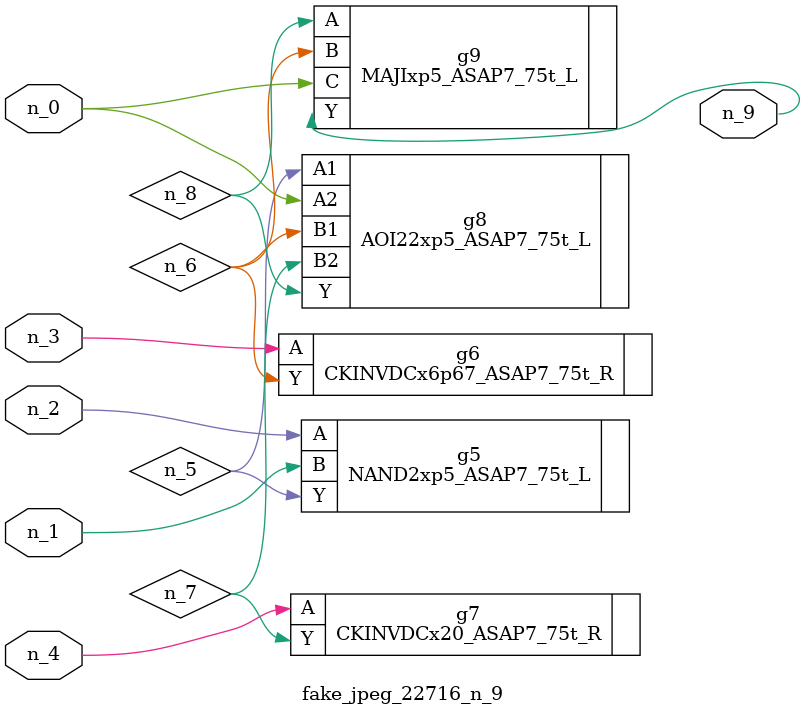
<source format=v>
module fake_jpeg_22716_n_9 (n_3, n_2, n_1, n_0, n_4, n_9);

input n_3;
input n_2;
input n_1;
input n_0;
input n_4;

output n_9;

wire n_8;
wire n_6;
wire n_5;
wire n_7;

NAND2xp5_ASAP7_75t_L g5 ( 
.A(n_2),
.B(n_1),
.Y(n_5)
);

CKINVDCx6p67_ASAP7_75t_R g6 ( 
.A(n_3),
.Y(n_6)
);

CKINVDCx20_ASAP7_75t_R g7 ( 
.A(n_4),
.Y(n_7)
);

AOI22xp5_ASAP7_75t_L g8 ( 
.A1(n_5),
.A2(n_0),
.B1(n_6),
.B2(n_7),
.Y(n_8)
);

MAJIxp5_ASAP7_75t_L g9 ( 
.A(n_8),
.B(n_6),
.C(n_0),
.Y(n_9)
);


endmodule
</source>
